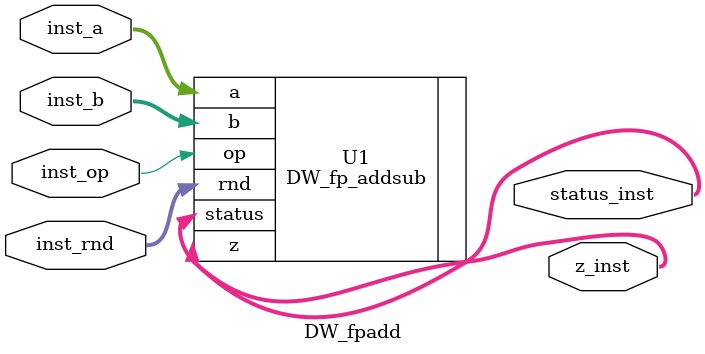
<source format=v>
module DW_fpadd ( inst_a, inst_b, inst_rnd, inst_op, z_inst, 
		status_inst );

parameter sig_width = 10;
parameter exp_width = 5;
parameter ieee_compliance = 1;


input [sig_width+exp_width : 0] inst_a;
input [sig_width+exp_width : 0] inst_b;
input [2 : 0] inst_rnd;
input inst_op;
output [sig_width+exp_width : 0] z_inst;
output [7 : 0] status_inst;

   // Instance of DW_fp_addsub
   DW_fp_addsub #(sig_width, exp_width, ieee_compliance)
   U1 ( .a(inst_a), .b(inst_b), .rnd(inst_rnd), 
        .op(inst_op), .z(z_inst), .status(status_inst) );

endmodule // DW_fp_addsub_inst


</source>
